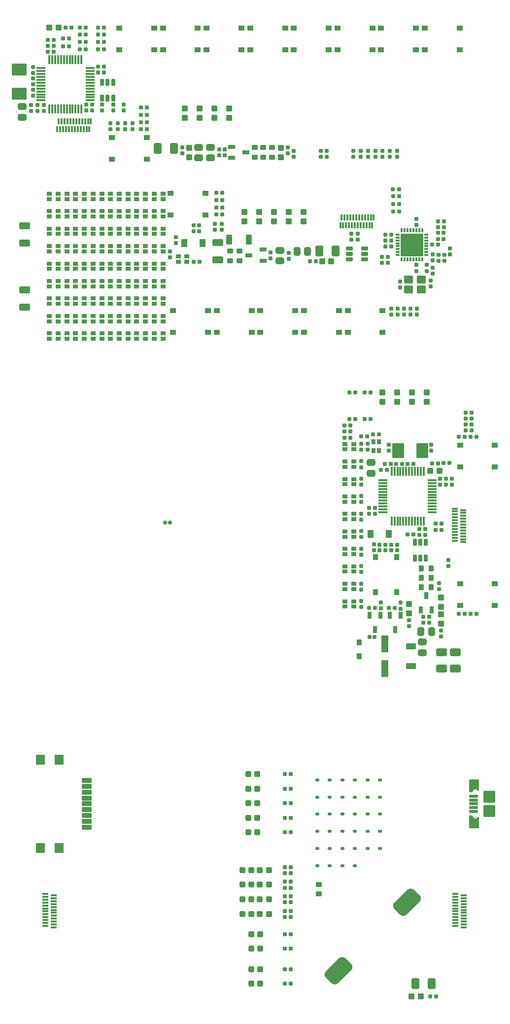
<source format=gbr>
%TF.GenerationSoftware,KiCad,Pcbnew,8.0.3*%
%TF.CreationDate,2024-07-18T08:21:33+12:00*%
%TF.ProjectId,Batch 1,42617463-6820-4312-9e6b-696361645f70,rev?*%
%TF.SameCoordinates,Original*%
%TF.FileFunction,Paste,Top*%
%TF.FilePolarity,Positive*%
%FSLAX46Y46*%
G04 Gerber Fmt 4.6, Leading zero omitted, Abs format (unit mm)*
G04 Created by KiCad (PCBNEW 8.0.3) date 2024-07-18 08:21:33*
%MOMM*%
%LPD*%
G01*
G04 APERTURE LIST*
G04 Aperture macros list*
%AMRoundRect*
0 Rectangle with rounded corners*
0 $1 Rounding radius*
0 $2 $3 $4 $5 $6 $7 $8 $9 X,Y pos of 4 corners*
0 Add a 4 corners polygon primitive as box body*
4,1,4,$2,$3,$4,$5,$6,$7,$8,$9,$2,$3,0*
0 Add four circle primitives for the rounded corners*
1,1,$1+$1,$2,$3*
1,1,$1+$1,$4,$5*
1,1,$1+$1,$6,$7*
1,1,$1+$1,$8,$9*
0 Add four rect primitives between the rounded corners*
20,1,$1+$1,$2,$3,$4,$5,0*
20,1,$1+$1,$4,$5,$6,$7,0*
20,1,$1+$1,$6,$7,$8,$9,0*
20,1,$1+$1,$8,$9,$2,$3,0*%
%AMFreePoly0*
4,1,20,1.085355,0.835355,1.100000,0.800000,1.100000,0.350000,1.085355,0.314645,1.078673,0.309038,0.600000,-0.026033,0.600000,-0.379290,0.835355,-0.614645,0.850000,-0.650000,0.850000,-0.800000,0.835355,-0.835355,0.800000,-0.850000,-1.050000,-0.850000,-1.085355,-0.835355,-1.100000,-0.800000,-1.100000,0.800000,-1.085355,0.835355,-1.050000,0.850000,1.050000,0.850000,1.085355,0.835355,
1.085355,0.835355,$1*%
%AMFreePoly1*
4,1,20,1.085355,0.835355,1.100000,0.800000,1.100000,-0.800000,1.085355,-0.835355,1.050000,-0.850000,-0.800000,-0.850000,-0.835355,-0.835355,-0.850000,-0.800000,-0.850000,-0.650000,-0.835355,-0.614645,-0.600000,-0.379290,-0.600000,-0.026033,-1.078673,0.309038,-1.099239,0.341311,-1.100000,0.350000,-1.100000,0.800000,-1.085355,0.835355,-1.050000,0.850000,1.050000,0.850000,1.085355,0.835355,
1.085355,0.835355,$1*%
G04 Aperture macros list end*
%ADD10RoundRect,0.270000X-0.405000X-0.655000X0.405000X-0.655000X0.405000X0.655000X-0.405000X0.655000X0*%
%ADD11RoundRect,0.050000X0.400000X0.325006X-0.400000X0.325006X-0.400000X-0.325006X0.400000X-0.325006X0*%
%ADD12RoundRect,0.160000X-0.160000X-0.210000X0.160000X-0.210000X0.160000X0.210000X-0.160000X0.210000X0*%
%ADD13RoundRect,0.160000X-0.210000X0.160000X-0.210000X-0.160000X0.210000X-0.160000X0.210000X0.160000X0*%
%ADD14RoundRect,0.050000X0.300000X-0.535001X0.300000X0.535001X-0.300000X0.535001X-0.300000X-0.535001X0*%
%ADD15RoundRect,0.243750X-0.243750X-0.281250X0.243750X-0.281250X0.243750X0.281250X-0.243750X0.281250X0*%
%ADD16RoundRect,0.160000X0.160000X0.210000X-0.160000X0.210000X-0.160000X-0.210000X0.160000X-0.210000X0*%
%ADD17RoundRect,0.137500X0.212500X0.137500X-0.212500X0.137500X-0.212500X-0.137500X0.212500X-0.137500X0*%
%ADD18RoundRect,0.160000X0.210000X-0.160000X0.210000X0.160000X-0.210000X0.160000X-0.210000X-0.160000X0*%
%ADD19RoundRect,0.050000X-0.400000X-0.325006X0.400000X-0.325006X0.400000X0.325006X-0.400000X0.325006X0*%
%ADD20RoundRect,0.274390X-0.475610X0.288110X-0.475610X-0.288110X0.475610X-0.288110X0.475610X0.288110X0*%
%ADD21RoundRect,0.225000X-0.325000X-0.225000X0.325000X-0.225000X0.325000X0.225000X-0.325000X0.225000X0*%
%ADD22RoundRect,0.274390X0.475610X-0.288110X0.475610X0.288110X-0.475610X0.288110X-0.475610X-0.288110X0*%
%ADD23RoundRect,0.050000X0.535001X0.300000X-0.535001X0.300000X-0.535001X-0.300000X0.535001X-0.300000X0*%
%ADD24RoundRect,0.270000X0.655000X-0.405000X0.655000X0.405000X-0.655000X0.405000X-0.655000X-0.405000X0*%
%ADD25RoundRect,0.050000X0.500000X0.600000X-0.500000X0.600000X-0.500000X-0.600000X0.500000X-0.600000X0*%
%ADD26RoundRect,0.225000X0.225000X0.300000X-0.225000X0.300000X-0.225000X-0.300000X0.225000X-0.300000X0*%
%ADD27RoundRect,0.165789X0.384211X-0.359211X0.384211X0.359211X-0.384211X0.359211X-0.384211X-0.359211X0*%
%ADD28RoundRect,0.050000X0.150000X0.475006X-0.150000X0.475006X-0.150000X-0.475006X0.150000X-0.475006X0*%
%ADD29RoundRect,0.165789X-0.384211X0.359211X-0.384211X-0.359211X0.384211X-0.359211X0.384211X0.359211X0*%
%ADD30RoundRect,0.165789X-0.359211X-0.384211X0.359211X-0.384211X0.359211X0.384211X-0.359211X0.384211X0*%
%ADD31RoundRect,0.225000X0.300000X-0.225000X0.300000X0.225000X-0.300000X0.225000X-0.300000X-0.225000X0*%
%ADD32RoundRect,0.225000X0.325000X0.225000X-0.325000X0.225000X-0.325000X-0.225000X0.325000X-0.225000X0*%
%ADD33RoundRect,0.050000X0.475006X-0.150000X0.475006X0.150000X-0.475006X0.150000X-0.475006X-0.150000X0*%
%ADD34RoundRect,0.050000X-0.950000X-1.200000X0.950000X-1.200000X0.950000X1.200000X-0.950000X1.200000X0*%
%ADD35RoundRect,0.050000X0.282829X0.270002X-0.282829X0.270002X-0.282829X-0.270002X0.282829X-0.270002X0*%
%ADD36RoundRect,0.270000X0.405000X0.655000X-0.405000X0.655000X-0.405000X-0.655000X0.405000X-0.655000X0*%
%ADD37RoundRect,0.272222X-0.652778X0.340278X-0.652778X-0.340278X0.652778X-0.340278X0.652778X0.340278X0*%
%ADD38RoundRect,0.175000X0.425000X0.175000X-0.425000X0.175000X-0.425000X-0.175000X0.425000X-0.175000X0*%
%ADD39RoundRect,0.274390X0.288110X0.475610X-0.288110X0.475610X-0.288110X-0.475610X0.288110X-0.475610X0*%
%ADD40RoundRect,0.050000X-0.300000X0.535001X-0.300000X-0.535001X0.300000X-0.535001X0.300000X0.535001X0*%
%ADD41RoundRect,0.050000X0.675000X-0.200000X0.675000X0.200000X-0.675000X0.200000X-0.675000X-0.200000X0*%
%ADD42FreePoly0,90.000000*%
%ADD43RoundRect,0.050000X0.950000X-0.950000X0.950000X0.950000X-0.950000X0.950000X-0.950000X-0.950000X0*%
%ADD44FreePoly1,90.000000*%
%ADD45RoundRect,0.225000X-0.225000X0.325000X-0.225000X-0.325000X0.225000X-0.325000X0.225000X0.325000X0*%
%ADD46RoundRect,0.050000X0.325006X-0.400000X0.325006X0.400000X-0.325006X0.400000X-0.325006X-0.400000X0*%
%ADD47RoundRect,0.160001X0.172828X0.160001X-0.172828X0.160001X-0.172828X-0.160001X0.172828X-0.160001X0*%
%ADD48RoundRect,0.165789X0.359211X0.384211X-0.359211X0.384211X-0.359211X-0.384211X0.359211X-0.384211X0*%
%ADD49RoundRect,0.175000X-0.175000X0.425000X-0.175000X-0.425000X0.175000X-0.425000X0.175000X0.425000X0*%
%ADD50RoundRect,0.272222X0.652778X-0.340278X0.652778X0.340278X-0.652778X0.340278X-0.652778X-0.340278X0*%
%ADD51RoundRect,0.050000X0.700000X0.600000X-0.700000X0.600000X-0.700000X-0.600000X0.700000X-0.600000X0*%
%ADD52RoundRect,0.050000X-0.500000X-0.600000X0.500000X-0.600000X0.500000X0.600000X-0.500000X0.600000X0*%
%ADD53RoundRect,0.050000X-0.475006X0.150000X-0.475006X-0.150000X0.475006X-0.150000X0.475006X0.150000X0*%
%ADD54RoundRect,0.165000X0.385000X0.685000X-0.385000X0.685000X-0.385000X-0.685000X0.385000X-0.685000X0*%
%ADD55O,0.370003X1.600000*%
%ADD56O,1.600000X0.370003*%
%ADD57RoundRect,0.050000X-0.535001X-0.300000X0.535001X-0.300000X0.535001X0.300000X-0.535001X0.300000X0*%
%ADD58RoundRect,0.050000X0.325006X0.140005X-0.325006X0.140005X-0.325006X-0.140005X0.325006X-0.140005X0*%
%ADD59RoundRect,0.050000X0.140005X0.325006X-0.140005X0.325006X-0.140005X-0.325006X0.140005X-0.325006X0*%
%ADD60RoundRect,0.050000X1.900000X1.900000X-1.900000X1.900000X-1.900000X-1.900000X1.900000X-1.900000X0*%
%ADD61RoundRect,0.050000X1.200000X-0.950000X1.200000X0.950000X-1.200000X0.950000X-1.200000X-0.950000X0*%
%ADD62RoundRect,0.050000X0.550000X-1.400000X0.550000X1.400000X-0.550000X1.400000X-0.550000X-1.400000X0*%
%ADD63RoundRect,0.225000X-0.300000X0.225000X-0.300000X-0.225000X0.300000X-0.225000X0.300000X0.225000X0*%
%ADD64RoundRect,0.212503X0.212503X-0.337497X0.212503X0.337497X-0.212503X0.337497X-0.212503X-0.337497X0*%
%ADD65RoundRect,0.165000X-0.685000X0.385000X-0.685000X-0.385000X0.685000X-0.385000X0.685000X0.385000X0*%
%ADD66RoundRect,0.175000X0.175000X-0.425000X0.175000X0.425000X-0.175000X0.425000X-0.175000X-0.425000X0*%
%ADD67RoundRect,0.725000X0.636396X1.661701X-1.661701X-0.636396X-0.636396X-1.661701X1.661701X0.636396X0*%
%ADD68RoundRect,0.050000X-0.150000X-0.475006X0.150000X-0.475006X0.150000X0.475006X-0.150000X0.475006X0*%
%ADD69RoundRect,0.050000X-0.800000X0.350000X-0.800000X-0.350000X0.800000X-0.350000X0.800000X0.350000X0*%
%ADD70RoundRect,0.050000X-0.750000X0.800000X-0.750000X-0.800000X0.750000X-0.800000X0.750000X0.800000X0*%
G04 APERTURE END LIST*
D10*
%TO.C,F2*%
X70600000Y-53400000D03*
X73400000Y-53400000D03*
%TD*%
D11*
%TO.C,RGB70*%
X75049936Y-101550013D03*
X76550064Y-101550013D03*
X75049936Y-102450013D03*
X76550064Y-102450013D03*
%TD*%
D12*
%TO.C,R37*%
X83290000Y-45300000D03*
X84310000Y-45300000D03*
%TD*%
%TO.C,C67*%
X83850000Y-89950000D03*
X84870000Y-89950000D03*
%TD*%
D13*
%TO.C,C54*%
X82600000Y-86690000D03*
X82600000Y-87710000D03*
%TD*%
D14*
%TO.C,U8*%
X84599962Y-115964923D03*
X82700038Y-115964923D03*
X83650000Y-118435077D03*
%TD*%
D12*
%TO.C,R2*%
X32590000Y-18750000D03*
X33610000Y-18750000D03*
%TD*%
D15*
%TO.C,D36*%
X58905602Y-170718602D03*
X60480602Y-170718602D03*
%TD*%
D16*
%TO.C,C5*%
X30510000Y-17500000D03*
X29490000Y-17500000D03*
%TD*%
D17*
%TO.C,D28*%
X72410002Y-147150002D03*
X70310002Y-147150002D03*
%TD*%
D18*
%TO.C,R1*%
X35250000Y-29260000D03*
X35250000Y-28240000D03*
%TD*%
D19*
%TO.C,RGB44*%
X43750064Y-56449987D03*
X42249936Y-56449987D03*
X43750064Y-55549987D03*
X42249936Y-55549987D03*
%TD*%
D12*
%TO.C,R59*%
X95790000Y-84200000D03*
X96810000Y-84200000D03*
%TD*%
D20*
%TO.C,C37*%
X63870000Y-53257500D03*
X63870000Y-55082500D03*
%TD*%
D16*
%TO.C,C59*%
X95610000Y-85300000D03*
X94590000Y-85300000D03*
%TD*%
D13*
%TO.C,R5*%
X36000000Y-31490000D03*
X36000000Y-32510000D03*
%TD*%
D16*
%TO.C,R74*%
X91610000Y-101300000D03*
X90590000Y-101300000D03*
%TD*%
D21*
%TO.C,SW15*%
X75500000Y-63650000D03*
X81500000Y-63650000D03*
X75500000Y-67350000D03*
X81500000Y-67350000D03*
%TD*%
D16*
%TO.C,C57*%
X80910000Y-84900000D03*
X79890000Y-84900000D03*
%TD*%
D22*
%TO.C,FB3*%
X88300000Y-122372500D03*
X88300000Y-120547500D03*
%TD*%
D16*
%TO.C,R78*%
X83610000Y-114700000D03*
X82590000Y-114700000D03*
%TD*%
D19*
%TO.C,RGB16*%
X31750064Y-47449987D03*
X30249936Y-47449987D03*
X31750064Y-46549987D03*
X30249936Y-46549987D03*
%TD*%
D16*
%TO.C,R73*%
X91610000Y-100200000D03*
X90590000Y-100200000D03*
%TD*%
D11*
%TO.C,RGB73*%
X75049936Y-92550013D03*
X76550064Y-92550013D03*
X75049936Y-93450013D03*
X76550064Y-93450013D03*
%TD*%
D18*
%TO.C,C38*%
X87300000Y-48910000D03*
X87300000Y-47890000D03*
%TD*%
D13*
%TO.C,C35*%
X45000000Y-53490000D03*
X45000000Y-54510000D03*
%TD*%
D18*
%TO.C,C71*%
X80180000Y-98500000D03*
X80180000Y-97480000D03*
%TD*%
D16*
%TO.C,R18*%
X41010000Y-30000000D03*
X39990000Y-30000000D03*
%TD*%
D23*
%TO.C,LDO1*%
X55529823Y-35500038D03*
X55529823Y-37399962D03*
X57999977Y-36450000D03*
%TD*%
D18*
%TO.C,C10*%
X34750000Y-32510000D03*
X34750000Y-31490000D03*
%TD*%
D19*
%TO.C,RGB53*%
X37750064Y-65449987D03*
X36249936Y-65449987D03*
X37750064Y-64549987D03*
X36249936Y-64549987D03*
%TD*%
D15*
%TO.C,D14*%
X58405602Y-148218602D03*
X59980602Y-148218602D03*
%TD*%
D19*
%TO.C,RGB41*%
X40750064Y-50449987D03*
X39249936Y-50449987D03*
X40750064Y-49549987D03*
X39249936Y-49549987D03*
%TD*%
%TO.C,RGB32*%
X37750064Y-53449987D03*
X36249936Y-53449987D03*
X37750064Y-52549987D03*
X36249936Y-52549987D03*
%TD*%
D16*
%TO.C,C88*%
X89510000Y-116200000D03*
X88490000Y-116200000D03*
%TD*%
%TO.C,R30*%
X53910000Y-44650000D03*
X52890000Y-44650000D03*
%TD*%
D19*
%TO.C,RGB60*%
X37750064Y-68449987D03*
X36249936Y-68449987D03*
X37750064Y-67549987D03*
X36249936Y-67549987D03*
%TD*%
%TO.C,RGB28*%
X34750064Y-59449987D03*
X33249936Y-59449987D03*
X34750064Y-58549987D03*
X33249936Y-58549987D03*
%TD*%
D16*
%TO.C,R97*%
X65713102Y-173218602D03*
X64693102Y-173218602D03*
%TD*%
%TO.C,L2*%
X92110000Y-55100000D03*
X91090000Y-55100000D03*
%TD*%
D24*
%TO.C,F4*%
X91590000Y-125060000D03*
X91590000Y-122260000D03*
%TD*%
D25*
%TO.C,U7*%
X82549911Y-102000000D03*
X79450089Y-102000000D03*
%TD*%
D11*
%TO.C,RGB38*%
X46379936Y-54330013D03*
X47880064Y-54330013D03*
X46379936Y-55230013D03*
X47880064Y-55230013D03*
%TD*%
D19*
%TO.C,RGB20*%
X28750064Y-53449987D03*
X27249936Y-53449987D03*
X28750064Y-52549987D03*
X27249936Y-52549987D03*
%TD*%
D16*
%TO.C,R65*%
X82010000Y-103800000D03*
X80990000Y-103800000D03*
%TD*%
D19*
%TO.C,RGB18*%
X34750064Y-56449987D03*
X33249936Y-56449987D03*
X34750064Y-55549987D03*
X33249936Y-55549987D03*
%TD*%
D26*
%TO.C,C83*%
X89825000Y-111120000D03*
X88175000Y-111120000D03*
%TD*%
D27*
%TO.C,LED3*%
X52560000Y-28910000D03*
X52560000Y-30510000D03*
%TD*%
D28*
%TO.C,J4*%
X79724941Y-49000911D03*
X79225068Y-49000911D03*
X78724941Y-49000911D03*
X78225068Y-49000911D03*
X77725195Y-49000911D03*
X77225068Y-49000911D03*
X76725195Y-49000911D03*
X76225068Y-49000911D03*
X75725195Y-49000911D03*
X75225068Y-49000911D03*
X74725195Y-49000911D03*
X74225068Y-49000911D03*
X74475005Y-47601114D03*
X74975132Y-47601114D03*
X75475005Y-47601114D03*
X75975132Y-47601114D03*
X76475005Y-47601114D03*
X76975132Y-47601114D03*
X77475259Y-47601114D03*
X77975132Y-47601114D03*
X78475005Y-47601114D03*
X78975132Y-47601114D03*
X79475005Y-47601114D03*
X79975132Y-47601114D03*
%TD*%
D18*
%TO.C,R44*%
X84100000Y-64310000D03*
X84100000Y-63290000D03*
%TD*%
D16*
%TO.C,R76*%
X80210000Y-114700000D03*
X79190000Y-114700000D03*
%TD*%
D15*
%TO.C,D4*%
X57405602Y-164718602D03*
X58980602Y-164718602D03*
%TD*%
D29*
%TO.C,LED17*%
X89060000Y-79264000D03*
X89060000Y-77664000D03*
%TD*%
D18*
%TO.C,R3*%
X37000000Y-29260000D03*
X37000000Y-28240000D03*
%TD*%
D19*
%TO.C,RGB13*%
X37750064Y-50449987D03*
X36249936Y-50449987D03*
X37750064Y-49549987D03*
X36249936Y-49549987D03*
%TD*%
D13*
%TO.C,C16*%
X23300000Y-28290000D03*
X23300000Y-29310000D03*
%TD*%
D19*
%TO.C,RGB12*%
X34750064Y-53449987D03*
X33249936Y-53449987D03*
X34750064Y-52549987D03*
X33249936Y-52549987D03*
%TD*%
D15*
%TO.C,D35*%
X57405602Y-167218602D03*
X58980602Y-167218602D03*
%TD*%
D19*
%TO.C,RGB11*%
X25750064Y-62449987D03*
X24249936Y-62449987D03*
X25750064Y-61549987D03*
X24249936Y-61549987D03*
%TD*%
D16*
%TO.C,C64*%
X84010000Y-104800000D03*
X82990000Y-104800000D03*
%TD*%
%TO.C,R70*%
X93000000Y-89800000D03*
X91980000Y-89800000D03*
%TD*%
D30*
%TO.C,LED19*%
X91284000Y-91104000D03*
X89684000Y-91104000D03*
%TD*%
D18*
%TO.C,R11*%
X33250000Y-29260000D03*
X33250000Y-28240000D03*
%TD*%
D13*
%TO.C,C60*%
X77800000Y-92490000D03*
X77800000Y-93510000D03*
%TD*%
D11*
%TO.C,RGB68*%
X75049936Y-95550013D03*
X76550064Y-95550013D03*
X75049936Y-96450013D03*
X76550064Y-96450013D03*
%TD*%
D21*
%TO.C,SW13*%
X45500000Y-63650000D03*
X51500000Y-63650000D03*
X45500000Y-67350000D03*
X51500000Y-67350000D03*
%TD*%
D18*
%TO.C,R50*%
X78900000Y-87510000D03*
X78900000Y-86490000D03*
%TD*%
D19*
%TO.C,RGB5*%
X31750064Y-53449987D03*
X30249936Y-53449987D03*
X31750064Y-52549987D03*
X30249936Y-52549987D03*
%TD*%
D16*
%TO.C,C62*%
X82930000Y-89950000D03*
X81910000Y-89950000D03*
%TD*%
D19*
%TO.C,RGB61*%
X43750064Y-68449987D03*
X42249936Y-68449987D03*
X43750064Y-67549987D03*
X42249936Y-67549987D03*
%TD*%
D13*
%TO.C,C52*%
X90100000Y-56290000D03*
X90100000Y-57310000D03*
%TD*%
%TO.C,C13*%
X21400000Y-21790000D03*
X21400000Y-22810000D03*
%TD*%
D21*
%TO.C,SW5*%
X58750000Y-15150000D03*
X64750000Y-15150000D03*
X58750000Y-18850000D03*
X64750000Y-18850000D03*
%TD*%
D13*
%TO.C,R90*%
X64703102Y-161708602D03*
X64703102Y-162728602D03*
%TD*%
D16*
%TO.C,C7*%
X33610000Y-17500000D03*
X32590000Y-17500000D03*
%TD*%
D31*
%TO.C,C25*%
X62500000Y-37275000D03*
X62500000Y-35625000D03*
%TD*%
D16*
%TO.C,C39*%
X82410000Y-54400000D03*
X81390000Y-54400000D03*
%TD*%
D19*
%TO.C,RGB26*%
X25750064Y-53449987D03*
X24249936Y-53449987D03*
X25750064Y-52549987D03*
X24249936Y-52549987D03*
%TD*%
D21*
%TO.C,SW11*%
X53000000Y-63650000D03*
X59000000Y-63650000D03*
X53000000Y-67350000D03*
X59000000Y-67350000D03*
%TD*%
D19*
%TO.C,RGB49*%
X40750064Y-62449987D03*
X39249936Y-62449987D03*
X40750064Y-61549987D03*
X39249936Y-61549987D03*
%TD*%
%TO.C,RGB34*%
X28750064Y-44449987D03*
X27249936Y-44449987D03*
X28750064Y-43549987D03*
X27249936Y-43549987D03*
%TD*%
D11*
%TO.C,RGB67*%
X75049936Y-89550013D03*
X76550064Y-89550013D03*
X75049936Y-90450013D03*
X76550064Y-90450013D03*
%TD*%
D19*
%TO.C,RGB50*%
X43750064Y-59449987D03*
X42249936Y-59449987D03*
X43750064Y-58549987D03*
X42249936Y-58549987D03*
%TD*%
%TO.C,RGB2*%
X25750064Y-59449987D03*
X24249936Y-59449987D03*
X25750064Y-58549987D03*
X24249936Y-58549987D03*
%TD*%
D21*
%TO.C,SW9*%
X88750000Y-15150000D03*
X94750000Y-15150000D03*
X88750000Y-18850000D03*
X94750000Y-18850000D03*
%TD*%
D19*
%TO.C,RGB4*%
X28750064Y-59449987D03*
X27249936Y-59449987D03*
X28750064Y-58549987D03*
X27249936Y-58549987D03*
%TD*%
D13*
%TO.C,L3*%
X91000000Y-50290000D03*
X91000000Y-51310000D03*
%TD*%
D18*
%TO.C,R21*%
X71900000Y-37200000D03*
X71900000Y-36180000D03*
%TD*%
D32*
%TO.C,SW18*%
X100800000Y-114250000D03*
X94800000Y-114250000D03*
X100800000Y-110550000D03*
X94800000Y-110550000D03*
%TD*%
D16*
%TO.C,R81*%
X97610000Y-115700000D03*
X96590000Y-115700000D03*
%TD*%
%TO.C,R94*%
X65723102Y-170718602D03*
X64703102Y-170718602D03*
%TD*%
D11*
%TO.C,RGB74*%
X75049936Y-110550013D03*
X76550064Y-110550013D03*
X75049936Y-111450013D03*
X76550064Y-111450013D03*
%TD*%
D16*
%TO.C,R27*%
X53910000Y-47150000D03*
X52890000Y-47150000D03*
%TD*%
%TO.C,R14*%
X41010000Y-32500000D03*
X39990000Y-32500000D03*
%TD*%
D13*
%TO.C,C75*%
X77800000Y-104490000D03*
X77800000Y-105510000D03*
%TD*%
D33*
%TO.C,J12*%
X94023991Y-169291543D03*
X94023991Y-168791670D03*
X94023991Y-168291543D03*
X94023991Y-167791670D03*
X94023991Y-167291797D03*
X94023991Y-166791670D03*
X94023991Y-166291797D03*
X94023991Y-165791670D03*
X94023991Y-165291797D03*
X94023991Y-164791670D03*
X94023991Y-164291797D03*
X94023991Y-163791670D03*
X95423788Y-164041607D03*
X95423788Y-164541734D03*
X95423788Y-165041607D03*
X95423788Y-165541734D03*
X95423788Y-166041607D03*
X95423788Y-166541734D03*
X95423788Y-167041861D03*
X95423788Y-167541734D03*
X95423788Y-168041607D03*
X95423788Y-168541734D03*
X95423788Y-169041607D03*
X95423788Y-169541734D03*
%TD*%
%TO.C,J8*%
X93911989Y-103124841D03*
X93911989Y-102624968D03*
X93911989Y-102124841D03*
X93911989Y-101624968D03*
X93911989Y-101125095D03*
X93911989Y-100624968D03*
X93911989Y-100125095D03*
X93911989Y-99624968D03*
X93911989Y-99125095D03*
X93911989Y-98624968D03*
X93911989Y-98125095D03*
X93911989Y-97624968D03*
X95311786Y-97874905D03*
X95311786Y-98375032D03*
X95311786Y-98874905D03*
X95311786Y-99375032D03*
X95311786Y-99874905D03*
X95311786Y-100375032D03*
X95311786Y-100875159D03*
X95311786Y-101375032D03*
X95311786Y-101874905D03*
X95311786Y-102375032D03*
X95311786Y-102874905D03*
X95311786Y-103375032D03*
%TD*%
D22*
%TO.C,C73*%
X79533100Y-91545600D03*
X79533100Y-89720600D03*
%TD*%
D11*
%TO.C,RGB72*%
X75049936Y-107550013D03*
X76550064Y-107550013D03*
X75049936Y-108450013D03*
X76550064Y-108450013D03*
%TD*%
D17*
%TO.C,D17*%
X81000002Y-153050002D03*
X78900002Y-153050002D03*
%TD*%
D11*
%TO.C,RGB71*%
X75049936Y-98550013D03*
X76550064Y-98550013D03*
X75049936Y-99450013D03*
X76550064Y-99450013D03*
%TD*%
D18*
%TO.C,R19*%
X76500000Y-37200000D03*
X76500000Y-36180000D03*
%TD*%
D16*
%TO.C,R84*%
X65713102Y-150718602D03*
X64693102Y-150718602D03*
%TD*%
%TO.C,C40*%
X83000000Y-50600000D03*
X81980000Y-50600000D03*
%TD*%
D29*
%TO.C,LED20*%
X86000000Y-115600000D03*
X86000000Y-114000000D03*
%TD*%
D21*
%TO.C,SW6*%
X66250000Y-15150000D03*
X72250000Y-15150000D03*
X66250000Y-18850000D03*
X72250000Y-18850000D03*
%TD*%
D16*
%TO.C,C15*%
X27610000Y-16900000D03*
X26590000Y-16900000D03*
%TD*%
D15*
%TO.C,D5*%
X57405601Y-159718602D03*
X58980603Y-159718602D03*
%TD*%
D34*
%TO.C,U5*%
X84199962Y-87699924D03*
X88300038Y-87699924D03*
%TD*%
D13*
%TO.C,R82*%
X65703102Y-161708602D03*
X65703102Y-162728602D03*
%TD*%
D21*
%TO.C,SW8*%
X73750000Y-15150000D03*
X79750000Y-15150000D03*
X73750000Y-18850000D03*
X79750000Y-18850000D03*
%TD*%
D13*
%TO.C,C27*%
X81500000Y-36190000D03*
X81500000Y-37210000D03*
%TD*%
D21*
%TO.C,SW3*%
X51250000Y-15150000D03*
X57250000Y-15150000D03*
X51250000Y-18850000D03*
X57250000Y-18850000D03*
%TD*%
D13*
%TO.C,C41*%
X65390000Y-53730000D03*
X65390000Y-54750000D03*
%TD*%
D18*
%TO.C,C4*%
X31599900Y-29259900D03*
X31599900Y-28239900D03*
%TD*%
D16*
%TO.C,C3*%
X33610000Y-16250000D03*
X32590000Y-16250000D03*
%TD*%
D27*
%TO.C,LED11*%
X67900000Y-46700000D03*
X67900000Y-48300000D03*
%TD*%
D19*
%TO.C,RGB63*%
X40750064Y-65449987D03*
X39249936Y-65449987D03*
X40750064Y-64549987D03*
X39249936Y-64549987D03*
%TD*%
D35*
%TO.C,R79*%
X80132817Y-119650000D03*
X79267183Y-119650000D03*
%TD*%
D15*
%TO.C,D7*%
X58405602Y-145718602D03*
X59980602Y-145718602D03*
%TD*%
D36*
%TO.C,F1*%
X45650000Y-35750000D03*
X42850000Y-35750000D03*
%TD*%
D18*
%TO.C,R51*%
X87400000Y-64310000D03*
X87400000Y-63290000D03*
%TD*%
D15*
%TO.C,D33*%
X58905602Y-179218602D03*
X60480602Y-179218602D03*
%TD*%
D11*
%TO.C,RGB65*%
X75049936Y-86550013D03*
X76550064Y-86550013D03*
X75049936Y-87450013D03*
X76550064Y-87450013D03*
%TD*%
D37*
%TO.C,C29*%
X20000000Y-49075000D03*
X20000000Y-52000000D03*
%TD*%
D12*
%TO.C,R4*%
X29490000Y-15000000D03*
X30510000Y-15000000D03*
%TD*%
D18*
%TO.C,R49*%
X86300000Y-64310000D03*
X86300000Y-63290000D03*
%TD*%
D13*
%TO.C,C26*%
X82750000Y-36190000D03*
X82750000Y-37210000D03*
%TD*%
D38*
%TO.C,ESD2*%
X75749987Y-52950038D03*
X75749987Y-53900000D03*
X75749987Y-54849962D03*
X78450013Y-54849962D03*
X78450013Y-53900000D03*
X78450013Y-52950038D03*
%TD*%
D39*
%TO.C,C87*%
X89912500Y-118720000D03*
X88087500Y-118720000D03*
%TD*%
D16*
%TO.C,C69*%
X88800000Y-102120000D03*
X87780000Y-102120000D03*
%TD*%
D21*
%TO.C,SW12*%
X60500000Y-63650000D03*
X66500000Y-63650000D03*
X60500000Y-67350000D03*
X66500000Y-67350000D03*
%TD*%
D18*
%TO.C,R15*%
X47100000Y-36610000D03*
X47100000Y-35590000D03*
%TD*%
D16*
%TO.C,R88*%
X65703102Y-148218602D03*
X64683102Y-148218602D03*
%TD*%
D19*
%TO.C,RGB29*%
X34750064Y-62449987D03*
X33249936Y-62449987D03*
X34750064Y-61549987D03*
X33249936Y-61549987D03*
%TD*%
D40*
%TO.C,LDO3*%
X88050038Y-115035077D03*
X89949962Y-115035077D03*
X89000000Y-112564923D03*
%TD*%
D11*
%TO.C,RGB69*%
X75049936Y-104550013D03*
X76550064Y-104550013D03*
X75049936Y-105450013D03*
X76550064Y-105450013D03*
%TD*%
D12*
%TO.C,C1*%
X23989900Y-19149900D03*
X25009900Y-19149900D03*
%TD*%
D29*
%TO.C,LED14*%
X81440000Y-79264000D03*
X81440000Y-77664000D03*
%TD*%
D13*
%TO.C,R39*%
X76100000Y-50390000D03*
X76100000Y-51410000D03*
%TD*%
D41*
%TO.C,J10*%
X97125002Y-149633302D03*
X97125002Y-148983302D03*
X97125002Y-148333302D03*
X97125002Y-147683302D03*
X97125002Y-147033302D03*
D42*
X97250002Y-151433302D03*
D43*
X99800002Y-149533302D03*
X99800002Y-147133302D03*
D44*
X97250002Y-145233302D03*
%TD*%
D16*
%TO.C,R71*%
X90994000Y-89834000D03*
X89974000Y-89834000D03*
%TD*%
D15*
%TO.C,D10*%
X58405602Y-143218602D03*
X59980602Y-143218602D03*
%TD*%
D19*
%TO.C,RGB33*%
X31750064Y-59449987D03*
X30249936Y-59449987D03*
X31750064Y-58549987D03*
X30249936Y-58549987D03*
%TD*%
D20*
%TO.C,C19*%
X19600000Y-28587500D03*
X19600000Y-30412500D03*
%TD*%
D13*
%TO.C,R85*%
X65703102Y-164208602D03*
X65703102Y-165228602D03*
%TD*%
D45*
%TO.C,SW17*%
X83950000Y-106000000D03*
X83950000Y-112000000D03*
X80250000Y-106000000D03*
X80250000Y-112000000D03*
%TD*%
D29*
%TO.C,LED12*%
X65390000Y-48290000D03*
X65390000Y-46690000D03*
%TD*%
D19*
%TO.C,RGB7*%
X25750064Y-44449987D03*
X24249936Y-44449987D03*
X25750064Y-43549987D03*
X24249936Y-43549987D03*
%TD*%
%TO.C,RGB45*%
X43750064Y-50449987D03*
X42249936Y-50449987D03*
X43750064Y-49549987D03*
X42249936Y-49549987D03*
%TD*%
D13*
%TO.C,C2*%
X33619900Y-21749900D03*
X33619900Y-22769900D03*
%TD*%
D29*
%TO.C,LED10*%
X62850000Y-48290000D03*
X62850000Y-46690000D03*
%TD*%
D18*
%TO.C,R26*%
X66250000Y-37210000D03*
X66250000Y-36190000D03*
%TD*%
D19*
%TO.C,RGB31*%
X28750064Y-47449987D03*
X27249936Y-47449987D03*
X28750064Y-46549987D03*
X27249936Y-46549987D03*
%TD*%
D13*
%TO.C,R75*%
X92800000Y-106490000D03*
X92800000Y-107510000D03*
%TD*%
D19*
%TO.C,RGB25*%
X37750064Y-47449987D03*
X36249936Y-47449987D03*
X37750064Y-46549987D03*
X36249936Y-46549987D03*
%TD*%
%TO.C,RGB10*%
X37750064Y-44449987D03*
X36249936Y-44449987D03*
X37750064Y-43549987D03*
X36249936Y-43549987D03*
%TD*%
D46*
%TO.C,RGB66*%
X80849987Y-86149936D03*
X80849987Y-87650064D03*
X79949987Y-86149936D03*
X79949987Y-87650064D03*
%TD*%
D18*
%TO.C,R31*%
X46000000Y-52000000D03*
X46000000Y-50980000D03*
%TD*%
D16*
%TO.C,C86*%
X95610000Y-115700000D03*
X94590000Y-115700000D03*
%TD*%
D12*
%TO.C,R67*%
X82990000Y-103800000D03*
X84010000Y-103800000D03*
%TD*%
D18*
%TO.C,R33*%
X52700000Y-49710000D03*
X52700000Y-48690000D03*
%TD*%
D17*
%TO.C,D22*%
X76705002Y-147150002D03*
X74605002Y-147150002D03*
%TD*%
D13*
%TO.C,R98*%
X65703102Y-166708602D03*
X65703102Y-167728602D03*
%TD*%
D47*
%TO.C,R62*%
X45000017Y-100000000D03*
X44134383Y-100000000D03*
%TD*%
D16*
%TO.C,R17*%
X41010000Y-28750000D03*
X39990000Y-28750000D03*
%TD*%
%TO.C,C74*%
X82210000Y-91000000D03*
X81190000Y-91000000D03*
%TD*%
D27*
%TO.C,LED2*%
X55100000Y-28910000D03*
X55100000Y-30510000D03*
%TD*%
D13*
%TO.C,R40*%
X77200000Y-50390000D03*
X77200000Y-51410000D03*
%TD*%
D17*
%TO.C,D25*%
X81000002Y-144200002D03*
X78900002Y-144200002D03*
%TD*%
D16*
%TO.C,C66*%
X88800000Y-101120000D03*
X87780000Y-101120000D03*
%TD*%
D17*
%TO.C,D29*%
X72410002Y-150100002D03*
X70310002Y-150100002D03*
%TD*%
D48*
%TO.C,LED13*%
X71100000Y-55200000D03*
X72700000Y-55200000D03*
%TD*%
D12*
%TO.C,R41*%
X83290000Y-46600000D03*
X84310000Y-46600000D03*
%TD*%
D13*
%TO.C,C48*%
X90100000Y-53980000D03*
X90100000Y-55000000D03*
%TD*%
D27*
%TO.C,LED18*%
X91500000Y-112900000D03*
X91500000Y-114500000D03*
%TD*%
D16*
%TO.C,C42*%
X83010000Y-52600000D03*
X81990000Y-52600000D03*
%TD*%
%TO.C,C89*%
X89510000Y-117230000D03*
X88490000Y-117230000D03*
%TD*%
D18*
%TO.C,R45*%
X85200000Y-64310000D03*
X85200000Y-63290000D03*
%TD*%
D16*
%TO.C,R91*%
X65713102Y-143218602D03*
X64693102Y-143218602D03*
%TD*%
D18*
%TO.C,R32*%
X53900000Y-49710000D03*
X53900000Y-48690000D03*
%TD*%
D19*
%TO.C,RGB3*%
X34750064Y-50449987D03*
X33249936Y-50449987D03*
X34750064Y-49549987D03*
X33249936Y-49549987D03*
%TD*%
D12*
%TO.C,R42*%
X68990000Y-55200000D03*
X70010000Y-55200000D03*
%TD*%
D13*
%TO.C,C18*%
X32619900Y-21749900D03*
X32619900Y-22769900D03*
%TD*%
%TO.C,R12*%
X21400000Y-23739900D03*
X21400000Y-24759900D03*
%TD*%
D27*
%TO.C,LED5*%
X50020000Y-28910000D03*
X50020000Y-30510000D03*
%TD*%
D17*
%TO.C,D31*%
X76705002Y-153050002D03*
X74605002Y-153050002D03*
%TD*%
D12*
%TO.C,R61*%
X95790000Y-82168000D03*
X96810000Y-82168000D03*
%TD*%
D49*
%TO.C,ESD1*%
X33300038Y-27100013D03*
X34250000Y-27100013D03*
X35199962Y-27100013D03*
X35199962Y-24399987D03*
X34250000Y-24399987D03*
X33300038Y-24399987D03*
%TD*%
D17*
%TO.C,D27*%
X81000002Y-156000002D03*
X78900002Y-156000002D03*
%TD*%
D13*
%TO.C,R64*%
X80000000Y-103790000D03*
X80000000Y-104810000D03*
%TD*%
D21*
%TO.C,SW4*%
X36250000Y-15150000D03*
X42250000Y-15150000D03*
X36250000Y-18850000D03*
X42250000Y-18850000D03*
%TD*%
D13*
%TO.C,R66*%
X84600000Y-113790000D03*
X84600000Y-114810000D03*
%TD*%
D15*
%TO.C,D11*%
X58405602Y-153218602D03*
X59980602Y-153218602D03*
%TD*%
D12*
%TO.C,C11*%
X23979900Y-17129900D03*
X24999900Y-17129900D03*
%TD*%
D19*
%TO.C,RGB48*%
X40750064Y-47449987D03*
X39249936Y-47449987D03*
X40750064Y-46549987D03*
X39249936Y-46549987D03*
%TD*%
D18*
%TO.C,C43*%
X84500000Y-59610000D03*
X84500000Y-58590000D03*
%TD*%
D27*
%TO.C,LED4*%
X47480000Y-28910000D03*
X47480000Y-30510000D03*
%TD*%
D16*
%TO.C,R28*%
X50050000Y-55230000D03*
X49030000Y-55230000D03*
%TD*%
D15*
%TO.C,D12*%
X58405602Y-150718602D03*
X59980602Y-150718602D03*
%TD*%
D13*
%TO.C,C65*%
X77800000Y-110490000D03*
X77800000Y-111510000D03*
%TD*%
D29*
%TO.C,LED16*%
X86520000Y-79264000D03*
X86520000Y-77664000D03*
%TD*%
D18*
%TO.C,R25*%
X80250000Y-37210000D03*
X80250000Y-36190000D03*
%TD*%
D12*
%TO.C,R8*%
X26590000Y-18250000D03*
X27610000Y-18250000D03*
%TD*%
D16*
%TO.C,R95*%
X65703102Y-176718602D03*
X64683102Y-176718602D03*
%TD*%
D19*
%TO.C,RGB47*%
X43750064Y-44449987D03*
X42249936Y-44449987D03*
X43750064Y-43549987D03*
X42249936Y-43549987D03*
%TD*%
D21*
%TO.C,SW14*%
X68000000Y-63650000D03*
X74000000Y-63650000D03*
X68000000Y-67350000D03*
X74000000Y-67350000D03*
%TD*%
D12*
%TO.C,R7*%
X29490000Y-18750000D03*
X30510000Y-18750000D03*
%TD*%
D50*
%TO.C,C30*%
X20000000Y-63000000D03*
X20000000Y-60075000D03*
%TD*%
D15*
%TO.C,D34*%
X58905602Y-173218602D03*
X60480602Y-173218602D03*
%TD*%
D19*
%TO.C,RGB21*%
X34750064Y-47449987D03*
X33249936Y-47449987D03*
X34750064Y-46549987D03*
X33249936Y-46549987D03*
%TD*%
D20*
%TO.C,FB1*%
X49900000Y-35587500D03*
X49900000Y-37412500D03*
%TD*%
D16*
%TO.C,R69*%
X86810000Y-89950000D03*
X85790000Y-89950000D03*
%TD*%
%TO.C,R89*%
X65713102Y-153218602D03*
X64693102Y-153218602D03*
%TD*%
D19*
%TO.C,RGB14*%
X34750064Y-44449987D03*
X33249936Y-44449987D03*
X34750064Y-43549987D03*
X33249936Y-43549987D03*
%TD*%
D14*
%TO.C,U9*%
X81149962Y-115964923D03*
X79250038Y-115964923D03*
X80200000Y-118435077D03*
%TD*%
D19*
%TO.C,RGB19*%
X31750064Y-50449987D03*
X30249936Y-50449987D03*
X31750064Y-49549987D03*
X30249936Y-49549987D03*
%TD*%
%TO.C,RGB40*%
X40750064Y-59449987D03*
X39249936Y-59449987D03*
X40750064Y-58549987D03*
X39249936Y-58549987D03*
%TD*%
D51*
%TO.C,X1*%
X88173176Y-58251668D03*
X85973024Y-58251668D03*
X85973024Y-60001732D03*
X88173176Y-60001732D03*
%TD*%
D13*
%TO.C,C6*%
X21100000Y-28290000D03*
X21100000Y-29310000D03*
%TD*%
D18*
%TO.C,C34*%
X49000000Y-50020000D03*
X49000000Y-49000000D03*
%TD*%
D29*
%TO.C,LED15*%
X83980000Y-79264000D03*
X83980000Y-77664000D03*
%TD*%
D17*
%TO.C,D30*%
X72410002Y-144200002D03*
X70310002Y-144200002D03*
%TD*%
D12*
%TO.C,R43*%
X83280000Y-42800000D03*
X84300000Y-42800000D03*
%TD*%
D36*
%TO.C,F5*%
X89900002Y-179200002D03*
X87100002Y-179200002D03*
%TD*%
D13*
%TO.C,C79*%
X93420000Y-92480000D03*
X93420000Y-93500000D03*
%TD*%
%TO.C,C68*%
X77800000Y-107490000D03*
X77800000Y-108510000D03*
%TD*%
D52*
%TO.C,U3*%
X47450089Y-52000000D03*
X50549911Y-52000000D03*
%TD*%
D17*
%TO.C,D23*%
X76705002Y-158950002D03*
X74605002Y-158950002D03*
%TD*%
D19*
%TO.C,RGB58*%
X25750064Y-68449987D03*
X24249936Y-68449987D03*
X25750064Y-67549987D03*
X24249936Y-67549987D03*
%TD*%
D13*
%TO.C,R87*%
X64703102Y-164208602D03*
X64703102Y-165228602D03*
%TD*%
D19*
%TO.C,RGB46*%
X40750064Y-44449987D03*
X39249936Y-44449987D03*
X40750064Y-43549987D03*
X39249936Y-43549987D03*
%TD*%
%TO.C,RGB30*%
X25750064Y-50449987D03*
X24249936Y-50449987D03*
X25750064Y-49549987D03*
X24249936Y-49549987D03*
%TD*%
D16*
%TO.C,L1*%
X92110000Y-54100000D03*
X91090000Y-54100000D03*
%TD*%
D12*
%TO.C,R60*%
X95790000Y-83184000D03*
X96810000Y-83184000D03*
%TD*%
D22*
%TO.C,C23*%
X51900000Y-37412500D03*
X51900000Y-35587500D03*
%TD*%
D16*
%TO.C,R55*%
X79410000Y-82260000D03*
X78390000Y-82260000D03*
%TD*%
D19*
%TO.C,RGB27*%
X31750064Y-44449987D03*
X30249936Y-44449987D03*
X31750064Y-43549987D03*
X30249936Y-43549987D03*
%TD*%
D16*
%TO.C,R13*%
X41010000Y-31250000D03*
X39990000Y-31250000D03*
%TD*%
D53*
%TO.C,J11*%
X24976013Y-164041861D03*
X24976013Y-164541734D03*
X24976013Y-165041861D03*
X24976013Y-165541734D03*
X24976013Y-166041607D03*
X24976013Y-166541734D03*
X24976013Y-167041607D03*
X24976013Y-167541734D03*
X24976013Y-168041607D03*
X24976013Y-168541734D03*
X24976013Y-169041607D03*
X24976013Y-169541734D03*
X23576216Y-169291797D03*
X23576216Y-168791670D03*
X23576216Y-168291797D03*
X23576216Y-167791670D03*
X23576216Y-167291797D03*
X23576216Y-166791670D03*
X23576216Y-166291543D03*
X23576216Y-165791670D03*
X23576216Y-165291797D03*
X23576216Y-164791670D03*
X23576216Y-164291797D03*
X23576216Y-163791670D03*
%TD*%
D54*
%TO.C,D1*%
X55129975Y-51430000D03*
X58530025Y-51430000D03*
%TD*%
D18*
%TO.C,R80*%
X91500000Y-119610000D03*
X91500000Y-118590000D03*
%TD*%
D55*
%TO.C,U6*%
X88550064Y-91250064D03*
X88049936Y-91250064D03*
X87550064Y-91250064D03*
X87049936Y-91250064D03*
X86550064Y-91250064D03*
X86049936Y-91250064D03*
X85550064Y-91250064D03*
X85049936Y-91250064D03*
X84550064Y-91250064D03*
X84049936Y-91250064D03*
X83550064Y-91250064D03*
X83049936Y-91250064D03*
D56*
X81550064Y-92749936D03*
X81550064Y-93250064D03*
X81550064Y-93749936D03*
X81550064Y-94250064D03*
X81550064Y-94749936D03*
X81550064Y-95250064D03*
X81550064Y-95749936D03*
X81550064Y-96250064D03*
X81550064Y-96749936D03*
X81550064Y-97250064D03*
X81550064Y-97749936D03*
X81550064Y-98250064D03*
D55*
X83049936Y-99749936D03*
X83550064Y-99749936D03*
X84049936Y-99749936D03*
X84550064Y-99749936D03*
X85049936Y-99749936D03*
X85550064Y-99749936D03*
X86049936Y-99749936D03*
X86550064Y-99749936D03*
X87049936Y-99749936D03*
X87550064Y-99749936D03*
X88049936Y-99749936D03*
X88550064Y-99749936D03*
D56*
X90049936Y-98250064D03*
X90049936Y-97749936D03*
X90049936Y-97250064D03*
X90049936Y-96749936D03*
X90049936Y-96250064D03*
X90049936Y-95749936D03*
X90049936Y-95250064D03*
X90049936Y-94749936D03*
X90049936Y-94250064D03*
X90049936Y-93749936D03*
X90049936Y-93250064D03*
X90049936Y-92749936D03*
%TD*%
D57*
%TO.C,LDO2*%
X60969977Y-55059962D03*
X60969977Y-53160038D03*
X58499823Y-54110000D03*
%TD*%
D13*
%TO.C,R34*%
X50000000Y-49000000D03*
X50000000Y-50020000D03*
%TD*%
D58*
%TO.C,U4*%
X89027621Y-54072564D03*
X89027621Y-53572436D03*
X89027621Y-53072564D03*
X89027621Y-52572436D03*
X89027621Y-52072564D03*
X89027621Y-51572436D03*
X89027621Y-51072564D03*
X89027621Y-50572436D03*
D59*
X88300164Y-49844979D03*
X87800036Y-49844979D03*
X87300164Y-49844979D03*
X86800036Y-49844979D03*
X86300164Y-49844979D03*
X85800036Y-49844979D03*
X85300164Y-49844979D03*
X84800036Y-49844979D03*
D58*
X84072579Y-50572436D03*
X84072579Y-51072564D03*
X84072579Y-51572436D03*
X84072579Y-52072564D03*
X84072579Y-52572436D03*
X84072579Y-53072564D03*
X84072579Y-53572436D03*
X84072579Y-54072564D03*
D59*
X84800036Y-54800021D03*
X85300164Y-54800021D03*
X85800036Y-54800021D03*
X86300164Y-54800021D03*
X86800036Y-54800021D03*
X87300164Y-54800021D03*
X87800036Y-54800021D03*
X88300164Y-54800021D03*
D60*
X86550100Y-52322500D03*
%TD*%
D19*
%TO.C,RGB55*%
X34750064Y-65449987D03*
X33249936Y-65449987D03*
X34750064Y-64549987D03*
X33249936Y-64549987D03*
%TD*%
D21*
%TO.C,SW1*%
X35000000Y-33900000D03*
X41000000Y-33900000D03*
X35000000Y-37600000D03*
X41000000Y-37600000D03*
%TD*%
D19*
%TO.C,RGB24*%
X37750064Y-62449987D03*
X36249936Y-62449987D03*
X37750064Y-61549987D03*
X36249936Y-61549987D03*
%TD*%
D16*
%TO.C,R93*%
X65713102Y-179218602D03*
X64693102Y-179218602D03*
%TD*%
D13*
%TO.C,C9*%
X22200000Y-28290000D03*
X22200000Y-29310000D03*
%TD*%
D17*
%TO.C,D26*%
X72410002Y-158950002D03*
X70310002Y-158950002D03*
%TD*%
D12*
%TO.C,R68*%
X85790000Y-102100000D03*
X86810000Y-102100000D03*
%TD*%
D16*
%TO.C,R57*%
X97610000Y-85300000D03*
X96590000Y-85300000D03*
%TD*%
D19*
%TO.C,RGB17*%
X25750064Y-47449987D03*
X24249936Y-47449987D03*
X25750064Y-46549987D03*
X24249936Y-46549987D03*
%TD*%
D27*
%TO.C,LED7*%
X64000000Y-35700000D03*
X64000000Y-37300000D03*
%TD*%
D16*
%TO.C,C46*%
X92010000Y-48300000D03*
X90990000Y-48300000D03*
%TD*%
D29*
%TO.C,LED9*%
X57770000Y-48290000D03*
X57770000Y-46690000D03*
%TD*%
D19*
%TO.C,RGB42*%
X43750064Y-47449987D03*
X42249936Y-47449987D03*
X43750064Y-46549987D03*
X42249936Y-46549987D03*
%TD*%
D13*
%TO.C,R92*%
X64703102Y-159208602D03*
X64703102Y-160228602D03*
%TD*%
%TO.C,R6*%
X37250000Y-31490000D03*
X37250000Y-32510000D03*
%TD*%
D61*
%TO.C,U1*%
X19099924Y-26349938D03*
X19099924Y-22249862D03*
%TD*%
D19*
%TO.C,RGB37*%
X43750064Y-53449987D03*
X42249936Y-53449987D03*
X43750064Y-52549987D03*
X42249936Y-52549987D03*
%TD*%
D12*
%TO.C,C14*%
X23989900Y-18139900D03*
X25009900Y-18139900D03*
%TD*%
D17*
%TO.C,D24*%
X76705002Y-144200002D03*
X74605002Y-144200002D03*
%TD*%
D13*
%TO.C,C31*%
X62280000Y-53600000D03*
X62280000Y-54620000D03*
%TD*%
D16*
%TO.C,C44*%
X82410000Y-55400000D03*
X81390000Y-55400000D03*
%TD*%
D18*
%TO.C,C8*%
X30599900Y-29259900D03*
X30599900Y-28239900D03*
%TD*%
D16*
%TO.C,R56*%
X75940000Y-85430000D03*
X74920000Y-85430000D03*
%TD*%
D18*
%TO.C,R22*%
X84000000Y-37210000D03*
X84000000Y-36190000D03*
%TD*%
D30*
%TO.C,LED1*%
X25800000Y-15000000D03*
X24200000Y-15000000D03*
%TD*%
D62*
%TO.C,C85*%
X81900000Y-125099949D03*
X81900000Y-120900051D03*
%TD*%
D12*
%TO.C,R46*%
X75790000Y-82260000D03*
X76810000Y-82260000D03*
%TD*%
D15*
%TO.C,D32*%
X60405602Y-167218602D03*
X61980602Y-167218602D03*
%TD*%
D13*
%TO.C,C80*%
X91400000Y-92490000D03*
X91400000Y-93510000D03*
%TD*%
D17*
%TO.C,D18*%
X81000002Y-150100002D03*
X78900002Y-150100002D03*
%TD*%
D18*
%TO.C,R48*%
X83020000Y-64320000D03*
X83020000Y-63300000D03*
%TD*%
D13*
%TO.C,C28*%
X77750000Y-36190000D03*
X77750000Y-37210000D03*
%TD*%
D17*
%TO.C,D20*%
X72410002Y-153050002D03*
X70310002Y-153050002D03*
%TD*%
D16*
%TO.C,R9*%
X28010000Y-15000000D03*
X26990000Y-15000000D03*
%TD*%
D19*
%TO.C,RGB56*%
X28750064Y-68449987D03*
X27249936Y-68449987D03*
X28750064Y-67549987D03*
X27249936Y-67549987D03*
%TD*%
%TO.C,RGB8*%
X28750064Y-50449987D03*
X27249936Y-50449987D03*
X28750064Y-49549987D03*
X27249936Y-49549987D03*
%TD*%
D13*
%TO.C,C76*%
X77800000Y-113490000D03*
X77800000Y-114510000D03*
%TD*%
D12*
%TO.C,R58*%
X95790000Y-81152000D03*
X96810000Y-81152000D03*
%TD*%
D11*
%TO.C,RGB75*%
X75049936Y-113550013D03*
X76550064Y-113550013D03*
X75049936Y-114450013D03*
X76550064Y-114450013D03*
%TD*%
D13*
%TO.C,R86*%
X65703102Y-159208602D03*
X65703102Y-160228602D03*
%TD*%
D18*
%TO.C,C17*%
X21400000Y-26710000D03*
X21400000Y-25690000D03*
%TD*%
D13*
%TO.C,C77*%
X77800000Y-101490000D03*
X77800000Y-102510000D03*
%TD*%
D63*
%TO.C,C90*%
X70500002Y-162175002D03*
X70500002Y-163825002D03*
%TD*%
D19*
%TO.C,RGB1*%
X25750064Y-56449987D03*
X24249936Y-56449987D03*
X25750064Y-55549987D03*
X24249936Y-55549987D03*
%TD*%
D18*
%TO.C,C78*%
X79180000Y-98500000D03*
X79180000Y-97480000D03*
%TD*%
D63*
%TO.C,C36*%
X56950000Y-53385000D03*
X56950000Y-55035000D03*
%TD*%
D12*
%TO.C,R52*%
X75790000Y-77660000D03*
X76810000Y-77660000D03*
%TD*%
D16*
%TO.C,R99*%
X90680002Y-181380002D03*
X89660002Y-181380002D03*
%TD*%
D30*
%TO.C,LED22*%
X88100002Y-181400002D03*
X86500002Y-181400002D03*
%TD*%
D13*
%TO.C,C61*%
X77800000Y-98490000D03*
X77800000Y-99510000D03*
%TD*%
D16*
%TO.C,R35*%
X53910000Y-43400000D03*
X52890000Y-43400000D03*
%TD*%
D13*
%TO.C,C58*%
X89850000Y-86690000D03*
X89850000Y-87710000D03*
%TD*%
D29*
%TO.C,LED8*%
X60310000Y-48290000D03*
X60310000Y-46690000D03*
%TD*%
D27*
%TO.C,LED6*%
X48300000Y-35700000D03*
X48300000Y-37300000D03*
%TD*%
D16*
%TO.C,R54*%
X78810000Y-85200000D03*
X77790000Y-85200000D03*
%TD*%
%TO.C,R83*%
X65713102Y-145718602D03*
X64693102Y-145718602D03*
%TD*%
%TO.C,C49*%
X92010000Y-49300000D03*
X90990000Y-49300000D03*
%TD*%
D18*
%TO.C,R24*%
X70850000Y-37210000D03*
X70850000Y-36190000D03*
%TD*%
D19*
%TO.C,RGB57*%
X25750064Y-65449987D03*
X24249936Y-65449987D03*
X25750064Y-64549987D03*
X24249936Y-64549987D03*
%TD*%
%TO.C,RGB6*%
X37750064Y-56449987D03*
X36249936Y-56449987D03*
X37750064Y-55549987D03*
X36249936Y-55549987D03*
%TD*%
D16*
%TO.C,R47*%
X79410000Y-77660000D03*
X78390000Y-77660000D03*
%TD*%
D64*
%TO.C,D2*%
X77500000Y-122972593D03*
X77500000Y-120627407D03*
%TD*%
D26*
%TO.C,C82*%
X89825000Y-109480000D03*
X88175000Y-109480000D03*
%TD*%
D16*
%TO.C,C45*%
X83010000Y-51600000D03*
X81990000Y-51600000D03*
%TD*%
D13*
%TO.C,R96*%
X64703102Y-166708602D03*
X64703102Y-167728602D03*
%TD*%
D19*
%TO.C,RGB59*%
X31750064Y-68449987D03*
X30249936Y-68449987D03*
X31750064Y-67549987D03*
X30249936Y-67549987D03*
%TD*%
D18*
%TO.C,C53*%
X89800000Y-59510000D03*
X89800000Y-58490000D03*
%TD*%
D17*
%TO.C,D21*%
X72410002Y-156000002D03*
X70310002Y-156000002D03*
%TD*%
D19*
%TO.C,RGB36*%
X40750064Y-53449987D03*
X39249936Y-53449987D03*
X40750064Y-52549987D03*
X39249936Y-52549987D03*
%TD*%
D15*
%TO.C,D8*%
X60405602Y-164718602D03*
X61980602Y-164718602D03*
%TD*%
%TO.C,D37*%
X58905602Y-176718602D03*
X60480602Y-176718602D03*
%TD*%
D31*
%TO.C,C24*%
X59500000Y-37275000D03*
X59500000Y-35625000D03*
%TD*%
D29*
%TO.C,LED21*%
X91500000Y-117400000D03*
X91500000Y-115800000D03*
%TD*%
D65*
%TO.C,D3*%
X86400000Y-124700025D03*
X86400000Y-121299975D03*
%TD*%
D12*
%TO.C,C63*%
X80990000Y-104800000D03*
X82010000Y-104800000D03*
%TD*%
D13*
%TO.C,R16*%
X38500000Y-31490000D03*
X38500000Y-32510000D03*
%TD*%
D12*
%TO.C,R10*%
X32590000Y-15000000D03*
X33610000Y-15000000D03*
%TD*%
D19*
%TO.C,RGB54*%
X34750064Y-68449987D03*
X33249936Y-68449987D03*
X34750064Y-67549987D03*
X33249936Y-67549987D03*
%TD*%
D24*
%TO.C,F3*%
X93990000Y-125060000D03*
X93990000Y-122260000D03*
%TD*%
D66*
%TO.C,ESD3*%
X88949962Y-103449987D03*
X88000000Y-103449987D03*
X87050038Y-103449987D03*
X87050038Y-106150013D03*
X88000000Y-106150013D03*
X88949962Y-106150013D03*
%TD*%
D19*
%TO.C,RGB9*%
X31750064Y-62449987D03*
X30249936Y-62449987D03*
X31750064Y-61549987D03*
X30249936Y-61549987D03*
%TD*%
D67*
%TO.C,B1*%
X73927033Y-176972971D03*
X85664971Y-165235033D03*
%TD*%
D13*
%TO.C,R63*%
X81200000Y-113780000D03*
X81200000Y-114800000D03*
%TD*%
D68*
%TO.C,J1*%
X25875159Y-31099089D03*
X26375032Y-31099089D03*
X26875159Y-31099089D03*
X27375032Y-31099089D03*
X27874905Y-31099089D03*
X28375032Y-31099089D03*
X28874905Y-31099089D03*
X29375032Y-31099089D03*
X29874905Y-31099089D03*
X30375032Y-31099089D03*
X30874905Y-31099089D03*
X31375032Y-31099089D03*
X31125095Y-32498886D03*
X30624968Y-32498886D03*
X30125095Y-32498886D03*
X29624968Y-32498886D03*
X29125095Y-32498886D03*
X28624968Y-32498886D03*
X28124841Y-32498886D03*
X27624968Y-32498886D03*
X27125095Y-32498886D03*
X26624968Y-32498886D03*
X26125095Y-32498886D03*
X25624968Y-32498886D03*
%TD*%
D17*
%TO.C,D16*%
X76705002Y-150100002D03*
X74605002Y-150100002D03*
%TD*%
D15*
%TO.C,D6*%
X60405602Y-159718602D03*
X61980602Y-159718602D03*
%TD*%
D31*
%TO.C,C22*%
X61000000Y-37275000D03*
X61000000Y-35625000D03*
%TD*%
D18*
%TO.C,C21*%
X53400000Y-36960000D03*
X53400000Y-35940000D03*
%TD*%
D13*
%TO.C,C50*%
X89100000Y-55790000D03*
X89100000Y-56810000D03*
%TD*%
D17*
%TO.C,D15*%
X76705002Y-156000002D03*
X74605002Y-156000002D03*
%TD*%
D13*
%TO.C,R36*%
X87300000Y-55790000D03*
X87300000Y-56810000D03*
%TD*%
%TO.C,R23*%
X65200000Y-35590000D03*
X65200000Y-36610000D03*
%TD*%
D12*
%TO.C,R38*%
X83290000Y-44000000D03*
X84310000Y-44000000D03*
%TD*%
D17*
%TO.C,D19*%
X81000002Y-147150002D03*
X78900002Y-147150002D03*
%TD*%
D39*
%TO.C,FB2*%
X68602500Y-53470000D03*
X66777500Y-53470000D03*
%TD*%
D19*
%TO.C,RGB15*%
X28750064Y-56449987D03*
X27249936Y-56449987D03*
X28750064Y-55549987D03*
X27249936Y-55549987D03*
%TD*%
D15*
%TO.C,D9*%
X57405602Y-162218602D03*
X58980602Y-162218602D03*
%TD*%
D18*
%TO.C,C20*%
X54400000Y-36960000D03*
X54400000Y-35940000D03*
%TD*%
D63*
%TO.C,C32*%
X55310000Y-53385000D03*
X55310000Y-55035000D03*
%TD*%
D12*
%TO.C,R53*%
X74920000Y-84400000D03*
X75940000Y-84400000D03*
%TD*%
D18*
%TO.C,C51*%
X93100000Y-54000000D03*
X93100000Y-52980000D03*
%TD*%
D19*
%TO.C,RGB51*%
X31750064Y-65449987D03*
X30249936Y-65449987D03*
X31750064Y-64549987D03*
X30249936Y-64549987D03*
%TD*%
%TO.C,RGB39*%
X40750064Y-56449987D03*
X39249936Y-56449987D03*
X40750064Y-55549987D03*
X39249936Y-55549987D03*
%TD*%
%TO.C,RGB62*%
X43750064Y-65449987D03*
X42249936Y-65449987D03*
X43750064Y-64549987D03*
X42249936Y-64549987D03*
%TD*%
D16*
%TO.C,R29*%
X53910000Y-45900000D03*
X52890000Y-45900000D03*
%TD*%
D32*
%TO.C,SW16*%
X100800000Y-90450000D03*
X94800000Y-90450000D03*
X100800000Y-86750000D03*
X94800000Y-86750000D03*
%TD*%
D13*
%TO.C,L4*%
X92000000Y-50290000D03*
X92000000Y-51310000D03*
%TD*%
%TO.C,C81*%
X92410000Y-92490000D03*
X92410000Y-93510000D03*
%TD*%
%TO.C,C70*%
X77800000Y-89490000D03*
X77800000Y-90510000D03*
%TD*%
D21*
%TO.C,SW2*%
X43750000Y-15150000D03*
X49750000Y-15150000D03*
X43750000Y-18850000D03*
X49750000Y-18850000D03*
%TD*%
%TO.C,SW7*%
X81250000Y-15150000D03*
X87250000Y-15150000D03*
X81250000Y-18850000D03*
X87250000Y-18850000D03*
%TD*%
D19*
%TO.C,RGB35*%
X37750064Y-59449987D03*
X36249936Y-59449987D03*
X37750064Y-58549987D03*
X36249936Y-58549987D03*
%TD*%
D37*
%TO.C,C33*%
X53190000Y-51967500D03*
X53190000Y-54892500D03*
%TD*%
D16*
%TO.C,C47*%
X91020000Y-52300000D03*
X90000000Y-52300000D03*
%TD*%
D15*
%TO.C,D13*%
X60405602Y-162218602D03*
X61980602Y-162218602D03*
%TD*%
D26*
%TO.C,C84*%
X89825000Y-107870000D03*
X88175000Y-107870000D03*
%TD*%
D13*
%TO.C,C72*%
X77800000Y-95490000D03*
X77800000Y-96510000D03*
%TD*%
D19*
%TO.C,RGB64*%
X40750064Y-68449987D03*
X39249936Y-68449987D03*
X40750064Y-67549987D03*
X39249936Y-67549987D03*
%TD*%
D16*
%TO.C,C55*%
X75940000Y-83390000D03*
X74920000Y-83390000D03*
%TD*%
D18*
%TO.C,R72*%
X91200000Y-111428000D03*
X91200000Y-110408000D03*
%TD*%
%TO.C,R20*%
X79000000Y-37210000D03*
X79000000Y-36190000D03*
%TD*%
D16*
%TO.C,C12*%
X30520000Y-16250000D03*
X29500000Y-16250000D03*
%TD*%
D19*
%TO.C,RGB22*%
X31750064Y-56449987D03*
X30249936Y-56449987D03*
X31750064Y-55549987D03*
X30249936Y-55549987D03*
%TD*%
D13*
%TO.C,R77*%
X86000000Y-116790000D03*
X86000000Y-117810000D03*
%TD*%
%TO.C,C56*%
X77800000Y-86490000D03*
X77800000Y-87510000D03*
%TD*%
D56*
%TO.C,U2*%
X22749964Y-21999836D03*
X22749964Y-22499964D03*
X22749964Y-22999836D03*
X22749964Y-23499964D03*
X22749964Y-23999836D03*
X22749964Y-24499964D03*
X22749964Y-24999836D03*
X22749964Y-25499964D03*
X22749964Y-25999836D03*
X22749964Y-26499964D03*
X22749964Y-26999836D03*
X22749964Y-27499964D03*
D55*
X24249836Y-28999836D03*
X24749964Y-28999836D03*
X25249836Y-28999836D03*
X25749964Y-28999836D03*
X26249836Y-28999836D03*
X26749964Y-28999836D03*
X27249836Y-28999836D03*
X27749964Y-28999836D03*
X28249836Y-28999836D03*
X28749964Y-28999836D03*
X29249836Y-28999836D03*
X29749964Y-28999836D03*
D56*
X31249836Y-27499964D03*
X31249836Y-26999836D03*
X31249836Y-26499964D03*
X31249836Y-25999836D03*
X31249836Y-25499964D03*
X31249836Y-24999836D03*
X31249836Y-24499964D03*
X31249836Y-23999836D03*
X31249836Y-23499964D03*
X31249836Y-22999836D03*
X31249836Y-22499964D03*
X31249836Y-21999836D03*
D55*
X29749964Y-20499964D03*
X29249836Y-20499964D03*
X28749964Y-20499964D03*
X28249836Y-20499964D03*
X27749964Y-20499964D03*
X27249836Y-20499964D03*
X26749964Y-20499964D03*
X26249836Y-20499964D03*
X25749964Y-20499964D03*
X25249836Y-20499964D03*
X24749964Y-20499964D03*
X24249836Y-20499964D03*
%TD*%
D69*
%TO.C,J9*%
X30674983Y-145333302D03*
X30674983Y-147333302D03*
X30674983Y-149333302D03*
X30674983Y-151333302D03*
X30674983Y-152333302D03*
X30674983Y-150333302D03*
X30674983Y-148333302D03*
X30674983Y-146333302D03*
X30674983Y-144333302D03*
D70*
X25924919Y-140733353D03*
X22725021Y-140733353D03*
X25924919Y-155933251D03*
X22725021Y-155933251D03*
%TD*%
D19*
%TO.C,RGB23*%
X28750064Y-62449987D03*
X27249936Y-62449987D03*
X28750064Y-61549987D03*
X27249936Y-61549987D03*
%TD*%
%TO.C,RGB43*%
X43750064Y-62449987D03*
X42249936Y-62449987D03*
X43750064Y-61549987D03*
X42249936Y-61549987D03*
%TD*%
D32*
%TO.C,SW10*%
X51040000Y-47160000D03*
X45040000Y-47160000D03*
X51040000Y-43460000D03*
X45040000Y-43460000D03*
%TD*%
D19*
%TO.C,RGB52*%
X28750064Y-65449987D03*
X27249936Y-65449987D03*
X28750064Y-64549987D03*
X27249936Y-64549987D03*
%TD*%
M02*

</source>
